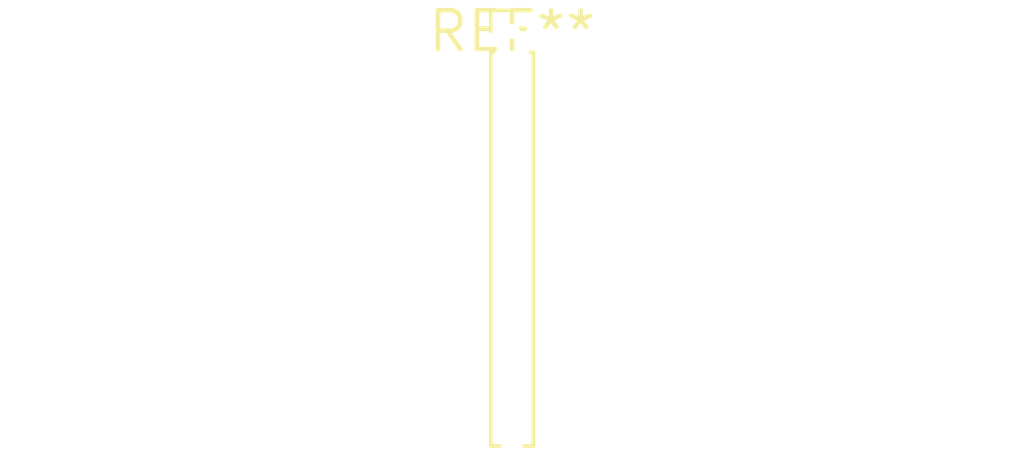
<source format=kicad_pcb>
(kicad_pcb (version 20240108) (generator pcbnew)
  (layers (0 "F.Cu" signal) (31 "B.Cu" signal) (34 "B.Paste" user) (35 "F.Paste" user) (36 "B.SilkS" user "B.Silkscreen") (37 "F.SilkS" user "F.Silkscreen") (38 "B.Mask" user) (39 "F.Mask" user) (44 "Edge.Cuts" user))
  (net 0 "")
  (footprint "PinHeader_1x14_P1.00mm_Vertical" (layer "F.Cu") (at 0 0)
    (property "Reference" "REF**")
    (property "Value" "PinHeader_1x14_P1.00mm_Vertical")
    (fp_line (start -0.695 -0.685) (end 0 -0.685) (layer "F.SilkS") (stroke (width 0.12)))
    (fp_line (start -0.695 0) (end -0.695 -0.685) (layer "F.SilkS") (stroke (width 0.12)))
    (fp_line (start -0.695 0.685) (end -0.695 13.56) (layer "F.SilkS") (stroke (width 0.12)))
    (fp_line (start -0.695 0.685) (end -0.608276 0.685) (layer "F.SilkS") (stroke (width 0.12)))
    (fp_line (start -0.695 13.56) (end -0.394493 13.56) (layer "F.SilkS") (stroke (width 0.12)))
    (fp_line (start 0.394493 13.56) (end 0.695 13.56) (layer "F.SilkS") (stroke (width 0.12)))
    (fp_line (start 0.608276 0.685) (end 0.695 0.685) (layer "F.SilkS") (stroke (width 0.12)))
    (fp_line (start 0.695 0.685) (end 0.695 13.56) (layer "F.SilkS") (stroke (width 0.12)))
    (pad "1" thru_hole rect (at 0 0) (size 0.85 0.85) (drill 0.5) (layers *.Cu *.Mask) (remove_unused_layers))
    (pad "2" thru_hole oval (at 0 1) (size 0.85 0.85) (drill 0.5) (layers *.Cu *.Mask) (remove_unused_layers))
    (pad "3" thru_hole oval (at 0 2) (size 0.85 0.85) (drill 0.5) (layers *.Cu *.Mask) (remove_unused_layers))
    (pad "4" thru_hole oval (at 0 3) (size 0.85 0.85) (drill 0.5) (layers *.Cu *.Mask) (remove_unused_layers))
    (pad "5" thru_hole oval (at 0 4) (size 0.85 0.85) (drill 0.5) (layers *.Cu *.Mask) (remove_unused_layers))
    (pad "6" thru_hole oval (at 0 5) (size 0.85 0.85) (drill 0.5) (layers *.Cu *.Mask) (remove_unused_layers))
    (pad "7" thru_hole oval (at 0 6) (size 0.85 0.85) (drill 0.5) (layers *.Cu *.Mask) (remove_unused_layers))
    (pad "8" thru_hole oval (at 0 7) (size 0.85 0.85) (drill 0.5) (layers *.Cu *.Mask) (remove_unused_layers))
    (pad "9" thru_hole oval (at 0 8) (size 0.85 0.85) (drill 0.5) (layers *.Cu *.Mask) (remove_unused_layers))
    (pad "10" thru_hole oval (at 0 9) (size 0.85 0.85) (drill 0.5) (layers *.Cu *.Mask) (remove_unused_layers))
    (pad "11" thru_hole oval (at 0 10) (size 0.85 0.85) (drill 0.5) (layers *.Cu *.Mask) (remove_unused_layers))
    (pad "12" thru_hole oval (at 0 11) (size 0.85 0.85) (drill 0.5) (layers *.Cu *.Mask) (remove_unused_layers))
    (pad "13" thru_hole oval (at 0 12) (size 0.85 0.85) (drill 0.5) (layers *.Cu *.Mask) (remove_unused_layers))
    (pad "14" thru_hole oval (at 0 13) (size 0.85 0.85) (drill 0.5) (layers *.Cu *.Mask) (remove_unused_layers))
  )
)
</source>
